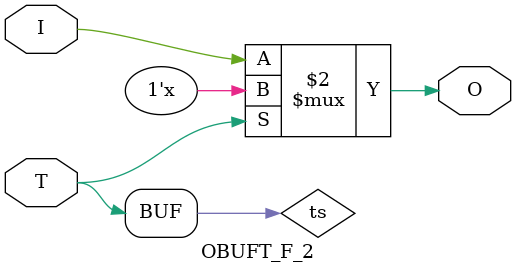
<source format=v>

/*

FUNCTION	: TRI-STATE OUTPUT BUFFER

*/

`celldefine
`timescale  100 ps / 10 ps

module OBUFT_F_2 (O, I, T);

    output O;

    input  I, T;

    or O1 (ts, 1'b0, T);
    bufif0 T1 (O, I, ts);

endmodule

</source>
